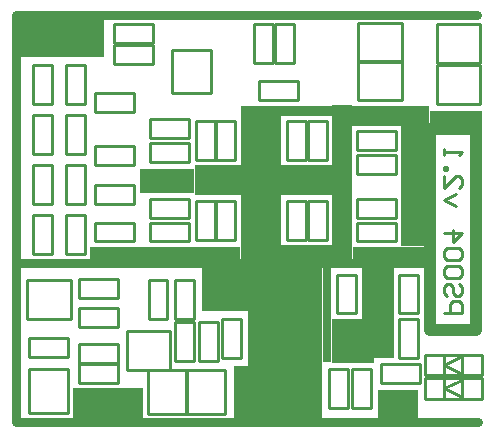
<source format=gbo>
%FSLAX25Y25*%
%MOIN*%
G70*
G01*
G75*
G04 Layer_Color=55807*
%ADD10R,0.05118X0.03937*%
%ADD11R,0.05118X0.09843*%
%ADD12R,0.05118X0.06299*%
%ADD13R,0.03937X0.05118*%
%ADD14R,0.05512X0.19685*%
%ADD15R,0.05512X0.05512*%
%ADD16R,0.03937X0.03937*%
%ADD17R,0.06299X0.01969*%
%ADD18R,0.15748X0.06299*%
%ADD19R,0.05118X0.03150*%
%ADD20R,0.09055X0.05118*%
%ADD21R,0.07874X0.12598*%
%ADD22R,0.12598X0.07874*%
%ADD23C,0.03937*%
%ADD24C,0.02284*%
%ADD25C,0.01000*%
%ADD26C,0.01969*%
%ADD27C,0.02953*%
%ADD28C,0.02756*%
%ADD29C,0.01890*%
%ADD30C,0.03150*%
%ADD31R,0.01181X0.09449*%
%ADD32R,0.01181X0.09449*%
%ADD33C,0.03937*%
%ADD34R,0.03937X0.03937*%
%ADD35C,0.01772*%
%ADD36C,0.03347*%
%ADD37C,0.00787*%
%ADD38R,0.17323X0.03543*%
%ADD39R,0.11024X0.11024*%
%ADD40R,0.28346X0.03937*%
%ADD41R,0.03150X0.07087*%
%ADD42R,0.03150X0.07480*%
%ADD43R,0.02756X0.07087*%
%ADD44R,0.03150X0.07480*%
%ADD45R,0.01969X0.10236*%
%ADD46R,0.05918X0.04737*%
%ADD47R,0.05918X0.10642*%
%ADD48R,0.05918X0.07099*%
%ADD49R,0.04737X0.05918*%
%ADD50R,0.06312X0.20485*%
%ADD51R,0.06312X0.06312*%
%ADD52R,0.04737X0.04737*%
%ADD53R,0.07099X0.02769*%
%ADD54R,0.16548X0.07099*%
%ADD55R,0.05918X0.03950*%
%ADD56R,0.09855X0.05918*%
%ADD57R,0.08674X0.13398*%
%ADD58R,0.13398X0.08674*%
%ADD59R,0.04737X0.04737*%
%ADD60C,0.00984*%
%ADD61R,0.18504X0.03543*%
%ADD62R,0.21654X0.06693*%
%ADD63R,0.17323X0.07087*%
%ADD64R,0.18110X0.08268*%
%ADD65R,0.50394X0.04331*%
%ADD66R,0.09449X0.46850*%
%ADD67R,0.24016X0.04331*%
%ADD68R,0.18504X0.04724*%
%ADD69R,0.07087X0.51181*%
%ADD70R,0.52362X0.10236*%
%ADD71R,0.13780X0.51575*%
%ADD72R,0.28346X0.12992*%
%ADD73R,0.13780X0.11024*%
%ADD74R,0.10630X0.30709*%
%ADD75R,0.14173X0.14961*%
%ADD76R,0.03150X0.33071*%
%ADD77R,0.23228X0.11024*%
%ADD78R,0.04724X0.18110*%
%ADD79R,0.15354X0.15748*%
%ADD80R,0.24803X0.51968*%
D23*
X470472Y278346D02*
X485827D01*
X470472D02*
Y345276D01*
X485827D01*
Y278346D02*
Y345276D01*
D25*
X418897Y367520D02*
Y380512D01*
X425197Y367520D02*
Y380512D01*
X418897Y367520D02*
X425197D01*
X418897Y380512D02*
X425197D01*
X384646Y357283D02*
Y371850D01*
X397638Y357283D02*
Y371850D01*
X384646Y357283D02*
X397638D01*
X384646Y371850D02*
X397638D01*
X413583Y361417D02*
X426575D01*
X413583Y355118D02*
X426575D01*
X413583D02*
Y361417D01*
X426575Y355118D02*
Y361417D01*
X418110Y367520D02*
Y380512D01*
X411811Y367520D02*
Y380512D01*
X418110D01*
X411811Y367520D02*
X418110D01*
X446654Y367914D02*
X461221D01*
X446654Y354921D02*
X461221D01*
X446654D02*
Y367914D01*
X461221Y354921D02*
Y367914D01*
X472835Y353543D02*
X487402D01*
X472835Y366535D02*
X487402D01*
Y353543D02*
Y366535D01*
X472835Y353543D02*
Y366535D01*
X446653Y380709D02*
X461220D01*
X446653Y367717D02*
X461220D01*
X446653D02*
Y380709D01*
X461220Y367717D02*
Y380709D01*
X472835Y367323D02*
X487401D01*
X472835Y380315D02*
X487401D01*
Y367323D02*
Y380315D01*
X472835Y367323D02*
Y380315D01*
X365158Y366929D02*
X378150D01*
X365158Y373228D02*
X378150D01*
Y366929D02*
Y373228D01*
X365158Y366929D02*
Y373228D01*
Y374016D02*
X378150D01*
X365158Y380315D02*
X378150D01*
Y374016D02*
Y380315D01*
X365158Y374016D02*
Y380315D01*
X377362Y315748D02*
X390354D01*
X377362Y322047D02*
X390354D01*
Y315748D02*
Y322047D01*
X377362Y315748D02*
Y322047D01*
Y307874D02*
X390354D01*
X377362Y314173D02*
X390354D01*
Y307874D02*
Y314173D01*
X377362Y307874D02*
Y314173D01*
X377362Y342323D02*
X390354D01*
X377362Y348622D02*
X390354D01*
Y342323D02*
Y348622D01*
X377362Y342323D02*
Y348622D01*
X446260Y344685D02*
X459252D01*
X446260Y338386D02*
X459252D01*
X446260D02*
Y344685D01*
X459252Y338386D02*
Y344685D01*
X436221Y335039D02*
Y348031D01*
X429921Y335039D02*
Y348031D01*
X436221D01*
X429921Y335039D02*
X436221D01*
X392520Y335039D02*
Y348032D01*
X398819Y335039D02*
Y348032D01*
X392520Y335039D02*
X398819D01*
X392520Y348032D02*
X398819D01*
X377362Y334449D02*
X390354D01*
X377362Y340748D02*
X390354D01*
Y334449D02*
Y340748D01*
X377362Y334449D02*
Y340748D01*
X446260Y330512D02*
X459252D01*
X446260Y336811D02*
X459252D01*
Y330512D02*
Y336811D01*
X446260Y330512D02*
Y336811D01*
X423031Y335039D02*
Y348031D01*
X429331Y335039D02*
Y348031D01*
X423031Y335039D02*
X429331D01*
X423031Y348031D02*
X429331D01*
X423032Y308465D02*
Y321457D01*
X429331Y308465D02*
Y321457D01*
X423032Y308465D02*
X429331D01*
X423032Y321457D02*
X429331D01*
X399409Y308465D02*
Y321457D01*
X405709Y308465D02*
Y321457D01*
X399409Y308465D02*
X405709D01*
X399409Y321457D02*
X405709D01*
X398819Y308465D02*
Y321457D01*
X392520Y308465D02*
Y321457D01*
X398819D01*
X392520Y308465D02*
X398819D01*
X446260Y314173D02*
X459252D01*
X446260Y307874D02*
X459252D01*
X446260D02*
Y314173D01*
X459252Y307874D02*
Y314173D01*
X446260Y315748D02*
X459252D01*
X446260Y322047D02*
X459252D01*
Y315748D02*
Y322047D01*
X446260Y315748D02*
Y322047D01*
X429921Y308465D02*
Y321457D01*
X436221Y308465D02*
Y321457D01*
X429921Y308465D02*
X436221D01*
X429921Y321457D02*
X436221D01*
X399409Y335039D02*
Y348031D01*
X405709Y335039D02*
Y348031D01*
X399409Y335039D02*
X405709D01*
X399409Y348031D02*
X405709D01*
X385630Y281890D02*
Y294882D01*
X391929Y281890D02*
Y294882D01*
X385630Y281890D02*
X391929D01*
X385630Y294882D02*
X391929D01*
X401378Y269094D02*
Y282086D01*
X407677Y269094D02*
Y282086D01*
X401378Y269094D02*
X407677D01*
X401378Y282086D02*
X407677D01*
X353740Y267520D02*
X366732D01*
X353740Y273819D02*
X366732D01*
Y267520D02*
Y273819D01*
X353740Y267520D02*
Y273819D01*
X385630Y268110D02*
Y281102D01*
X391929Y268110D02*
Y281102D01*
X385630Y268110D02*
X391929D01*
X385630Y281102D02*
X391929D01*
X336417Y295079D02*
X350984D01*
X336417Y282087D02*
X350984D01*
X336417D02*
Y295079D01*
X350984Y282087D02*
Y295079D01*
X402362Y250394D02*
Y264961D01*
X389370Y250394D02*
Y264961D01*
X402362D01*
X389370Y250394D02*
X402362D01*
X353740Y260630D02*
X366732D01*
X353740Y266929D02*
X366732D01*
Y260630D02*
Y266929D01*
X353740Y260630D02*
Y266929D01*
X337008Y275787D02*
X350000D01*
X337008Y269488D02*
X350000D01*
X337008D02*
Y275787D01*
X350000Y269488D02*
Y275787D01*
X389567Y250394D02*
Y264961D01*
X376575Y250394D02*
Y264961D01*
X389567D01*
X376575Y250394D02*
X389567D01*
X353740Y279331D02*
X366732D01*
X353740Y285630D02*
X366732D01*
Y279331D02*
Y285630D01*
X353740Y279331D02*
Y285630D01*
X336811Y250787D02*
Y265354D01*
X349803Y250787D02*
Y265354D01*
X336811Y250787D02*
X349803D01*
X336811Y265354D02*
X349803D01*
X460433Y283858D02*
Y296851D01*
X466732Y283858D02*
Y296851D01*
X460433Y283858D02*
X466732D01*
X460433Y296851D02*
X466732D01*
X444685Y252362D02*
Y265354D01*
X450984Y252362D02*
Y265354D01*
X444685Y252362D02*
X450984D01*
X444685Y265354D02*
X450984D01*
X460433Y269094D02*
Y282087D01*
X466733Y269094D02*
Y282087D01*
X460433Y269094D02*
X466733D01*
X460433Y282087D02*
X466733D01*
X436811Y252362D02*
Y265354D01*
X443110Y252362D02*
Y265354D01*
X436811Y252362D02*
X443110D01*
X436811Y265354D02*
X443110D01*
X446063Y283858D02*
Y296850D01*
X439764Y283858D02*
Y296850D01*
X446063D01*
X439764Y283858D02*
X446063D01*
X393504Y268110D02*
Y281102D01*
X399803Y268110D02*
Y281102D01*
X393504Y268110D02*
X399803D01*
X393504Y281102D02*
X399803D01*
X369488Y264961D02*
X384055D01*
X369488Y277953D02*
X384055D01*
Y264961D02*
Y277953D01*
X369488Y264961D02*
Y277953D01*
X468898Y263386D02*
Y270079D01*
X487795Y263386D02*
Y270079D01*
X468898D02*
X487795D01*
X468898Y263386D02*
X487795D01*
X468898Y255512D02*
Y262205D01*
X487795Y255512D02*
Y262205D01*
X468898D02*
X487795D01*
X468898Y255512D02*
X487795D01*
X454134Y260630D02*
X467126D01*
X454134Y266929D02*
X467126D01*
Y260630D02*
Y266929D01*
X454134Y260630D02*
Y266929D01*
X353740Y289173D02*
X366732D01*
X353740Y295472D02*
X366732D01*
Y289173D02*
Y295472D01*
X353740Y289173D02*
Y295472D01*
X344685Y353740D02*
Y366732D01*
X338386Y353740D02*
Y366732D01*
X344685D01*
X338386Y353740D02*
X344685D01*
X344685Y337008D02*
Y350000D01*
X338386Y337008D02*
Y350000D01*
X344685D01*
X338386Y337008D02*
X344685D01*
X358858Y357480D02*
X371850D01*
X358858Y351181D02*
X371850D01*
X358858D02*
Y357480D01*
X371850Y351181D02*
Y357480D01*
X355512Y337008D02*
Y350000D01*
X349213Y337008D02*
Y350000D01*
X355512D01*
X349213Y337008D02*
X355512D01*
X358858Y339764D02*
X371850D01*
X358858Y333465D02*
X371850D01*
X358858D02*
Y339764D01*
X371850Y333465D02*
Y339764D01*
X358858Y326772D02*
X371850D01*
X358858Y320473D02*
X371850D01*
X358858D02*
Y326772D01*
X371850Y320473D02*
Y326772D01*
X358858Y314173D02*
X371850D01*
X358858Y307874D02*
X371850D01*
X358858D02*
Y314173D01*
X371850Y307874D02*
Y314173D01*
X344685Y303543D02*
Y316535D01*
X338386Y303543D02*
Y316535D01*
X344685D01*
X338386Y303543D02*
X344685D01*
X355512D02*
Y316535D01*
X349213Y303543D02*
Y316535D01*
X355512D01*
X349213Y303543D02*
X355512D01*
X344685Y320276D02*
Y333268D01*
X338386Y320276D02*
Y333268D01*
X344685D01*
X338386Y320276D02*
X344685D01*
X355512Y353740D02*
Y366732D01*
X349213Y353740D02*
Y366732D01*
X355512D01*
X349213Y353740D02*
X355512D01*
X355512Y320276D02*
Y333268D01*
X349213Y320276D02*
Y333268D01*
X355512D01*
X349213Y320276D02*
X355512D01*
X376772Y281890D02*
Y294882D01*
X383071Y281890D02*
Y294882D01*
X376772Y281890D02*
X383071D01*
X376772Y294882D02*
X383071D01*
X475197Y283858D02*
X481195D01*
Y286857D01*
X480195Y287857D01*
X478196D01*
X477196Y286857D01*
Y283858D01*
X480195Y293855D02*
X481195Y292855D01*
Y290856D01*
X480195Y289856D01*
X479196D01*
X478196Y290856D01*
Y292855D01*
X477196Y293855D01*
X476196D01*
X475197Y292855D01*
Y290856D01*
X476196Y289856D01*
X480195Y295854D02*
X481195Y296854D01*
Y298853D01*
X480195Y299853D01*
X476196D01*
X475197Y298853D01*
Y296854D01*
X476196Y295854D01*
X480195D01*
Y301852D02*
X481195Y302852D01*
Y304852D01*
X480195Y305851D01*
X476196D01*
X475197Y304852D01*
Y302852D01*
X476196Y301852D01*
X480195D01*
X475197Y310849D02*
X481195D01*
X478196Y307851D01*
Y311849D01*
X479196Y319847D02*
X475197Y321846D01*
X479196Y323845D01*
X475197Y329843D02*
Y325845D01*
X479196Y329843D01*
X480195D01*
X481195Y328844D01*
Y326844D01*
X480195Y325845D01*
X475197Y331843D02*
X476196D01*
Y332842D01*
X475197D01*
Y331843D01*
Y336841D02*
Y338841D01*
Y337841D01*
X481195D01*
X480195Y336841D01*
D27*
X332677Y383465D02*
X486221D01*
X332677Y247638D02*
Y383465D01*
Y300787D02*
X469685D01*
X332677Y247638D02*
X486614D01*
D60*
X475394Y263779D02*
Y269685D01*
X481299Y263779D02*
Y269685D01*
X475394Y266732D02*
X481299Y269685D01*
X475394Y266732D02*
X481299Y263779D01*
X475394Y255906D02*
Y261811D01*
X481299Y255906D02*
Y261811D01*
X475394Y258858D02*
X481299Y261811D01*
X475394Y258858D02*
X481299Y255906D01*
D61*
X428543Y351378D02*
D03*
D62*
X450197Y349803D02*
D03*
D63*
X479134Y348031D02*
D03*
D64*
X383071Y328150D02*
D03*
D65*
X382283Y304134D02*
D03*
D66*
X465748Y329724D02*
D03*
D67*
X456890Y304134D02*
D03*
D68*
X428543Y304331D02*
D03*
D69*
X441339Y327559D02*
D03*
D70*
X418307Y328346D02*
D03*
D71*
X414370Y327362D02*
D03*
D72*
X348031Y375787D02*
D03*
D73*
X460039Y253150D02*
D03*
D74*
X453346Y284252D02*
D03*
D75*
X444882Y274803D02*
D03*
D76*
X436221Y283858D02*
D03*
D77*
X363189Y253543D02*
D03*
D78*
X407480Y257480D02*
D03*
D79*
X402165Y292520D02*
D03*
D80*
X422244Y274410D02*
D03*
M02*

</source>
